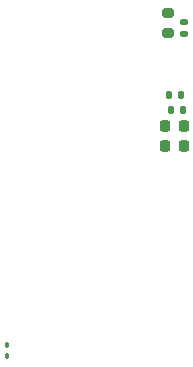
<source format=gbr>
%TF.GenerationSoftware,KiCad,Pcbnew,8.0.0*%
%TF.CreationDate,2025-02-07T12:18:44-03:30*%
%TF.ProjectId,Detection_Eval,44657465-6374-4696-9f6e-5f4576616c2e,rev?*%
%TF.SameCoordinates,Original*%
%TF.FileFunction,Paste,Top*%
%TF.FilePolarity,Positive*%
%FSLAX46Y46*%
G04 Gerber Fmt 4.6, Leading zero omitted, Abs format (unit mm)*
G04 Created by KiCad (PCBNEW 8.0.0) date 2025-02-07 12:18:44*
%MOMM*%
%LPD*%
G01*
G04 APERTURE LIST*
G04 Aperture macros list*
%AMRoundRect*
0 Rectangle with rounded corners*
0 $1 Rounding radius*
0 $2 $3 $4 $5 $6 $7 $8 $9 X,Y pos of 4 corners*
0 Add a 4 corners polygon primitive as box body*
4,1,4,$2,$3,$4,$5,$6,$7,$8,$9,$2,$3,0*
0 Add four circle primitives for the rounded corners*
1,1,$1+$1,$2,$3*
1,1,$1+$1,$4,$5*
1,1,$1+$1,$6,$7*
1,1,$1+$1,$8,$9*
0 Add four rect primitives between the rounded corners*
20,1,$1+$1,$2,$3,$4,$5,0*
20,1,$1+$1,$4,$5,$6,$7,0*
20,1,$1+$1,$6,$7,$8,$9,0*
20,1,$1+$1,$8,$9,$2,$3,0*%
G04 Aperture macros list end*
%ADD10RoundRect,0.135000X0.135000X0.185000X-0.135000X0.185000X-0.135000X-0.185000X0.135000X-0.185000X0*%
%ADD11RoundRect,0.225000X0.225000X0.250000X-0.225000X0.250000X-0.225000X-0.250000X0.225000X-0.250000X0*%
%ADD12RoundRect,0.090000X-0.090000X0.139000X-0.090000X-0.139000X0.090000X-0.139000X0.090000X0.139000X0*%
%ADD13RoundRect,0.200000X-0.275000X0.200000X-0.275000X-0.200000X0.275000X-0.200000X0.275000X0.200000X0*%
%ADD14RoundRect,0.135000X0.185000X-0.135000X0.185000X0.135000X-0.185000X0.135000X-0.185000X-0.135000X0*%
G04 APERTURE END LIST*
D10*
%TO.C,R2*%
X143160000Y-111400000D03*
X142140000Y-111400000D03*
%TD*%
D11*
%TO.C,C4*%
X143375000Y-114000000D03*
X141825000Y-114000000D03*
%TD*%
D10*
%TO.C,R4*%
X143350000Y-112650000D03*
X142330000Y-112650000D03*
%TD*%
D12*
%TO.C,D1*%
X128400000Y-132597500D03*
X128400000Y-133462500D03*
%TD*%
D11*
%TO.C,C5*%
X143375000Y-115700000D03*
X141825000Y-115700000D03*
%TD*%
D13*
%TO.C,R12*%
X142050000Y-104500000D03*
X142050000Y-106150000D03*
%TD*%
D14*
%TO.C,R11*%
X143400000Y-106200000D03*
X143400000Y-105180000D03*
%TD*%
M02*

</source>
